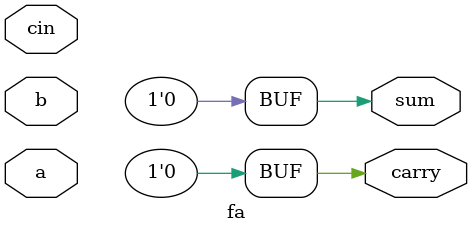
<source format=v>
module fa(a,b,cin,sum,carry);
	input a,b,cin;
	output sum,carry;

	
	`ifdef BEN
		assign {carry,sum} = a+b+cin;
	
	
	`elsif BEN1
		reg sum,carry;
		always@(*) begin
			{carry,sum} = a+b+cin;
		end


	`elsif BEN2 
		wire n1,n2,n3;
		xor g1(n1,a,b);
		xor g2(sum,n1,cin);
		and g3(n2,a,b);
		and g4(n3,n1,cin);
		or g5(carry,n2,n3);
	
	`else
	assign sum = 1'b0;
	assign carry = 1'b0;
`endif

endmodule

</source>
